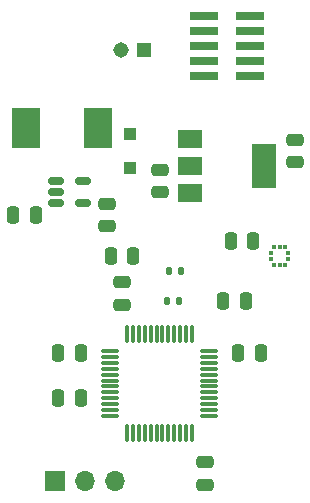
<source format=gts>
%TF.GenerationSoftware,KiCad,Pcbnew,(6.0.2)*%
%TF.CreationDate,2023-04-19T08:06:41-04:00*%
%TF.ProjectId,skydiving-altimeter,736b7964-6976-4696-9e67-2d616c74696d,rev?*%
%TF.SameCoordinates,Original*%
%TF.FileFunction,Soldermask,Top*%
%TF.FilePolarity,Negative*%
%FSLAX46Y46*%
G04 Gerber Fmt 4.6, Leading zero omitted, Abs format (unit mm)*
G04 Created by KiCad (PCBNEW (6.0.2)) date 2023-04-19 08:06:41*
%MOMM*%
%LPD*%
G01*
G04 APERTURE LIST*
G04 Aperture macros list*
%AMRoundRect*
0 Rectangle with rounded corners*
0 $1 Rounding radius*
0 $2 $3 $4 $5 $6 $7 $8 $9 X,Y pos of 4 corners*
0 Add a 4 corners polygon primitive as box body*
4,1,4,$2,$3,$4,$5,$6,$7,$8,$9,$2,$3,0*
0 Add four circle primitives for the rounded corners*
1,1,$1+$1,$2,$3*
1,1,$1+$1,$4,$5*
1,1,$1+$1,$6,$7*
1,1,$1+$1,$8,$9*
0 Add four rect primitives between the rounded corners*
20,1,$1+$1,$2,$3,$4,$5,0*
20,1,$1+$1,$4,$5,$6,$7,0*
20,1,$1+$1,$6,$7,$8,$9,0*
20,1,$1+$1,$8,$9,$2,$3,0*%
G04 Aperture macros list end*
%ADD10RoundRect,0.250000X-0.475000X0.250000X-0.475000X-0.250000X0.475000X-0.250000X0.475000X0.250000X0*%
%ADD11R,1.700000X1.700000*%
%ADD12O,1.700000X1.700000*%
%ADD13RoundRect,0.150000X-0.512500X-0.150000X0.512500X-0.150000X0.512500X0.150000X-0.512500X0.150000X0*%
%ADD14RoundRect,0.250000X0.250000X0.475000X-0.250000X0.475000X-0.250000X-0.475000X0.250000X-0.475000X0*%
%ADD15RoundRect,0.250000X-0.250000X-0.475000X0.250000X-0.475000X0.250000X0.475000X-0.250000X0.475000X0*%
%ADD16RoundRect,0.135000X-0.135000X-0.185000X0.135000X-0.185000X0.135000X0.185000X-0.135000X0.185000X0*%
%ADD17R,0.325000X0.300000*%
%ADD18R,0.300000X0.325000*%
%ADD19R,1.308000X1.308000*%
%ADD20C,1.308000*%
%ADD21R,2.350000X3.500000*%
%ADD22RoundRect,0.075000X-0.662500X-0.075000X0.662500X-0.075000X0.662500X0.075000X-0.662500X0.075000X0*%
%ADD23RoundRect,0.075000X-0.075000X-0.662500X0.075000X-0.662500X0.075000X0.662500X-0.075000X0.662500X0*%
%ADD24R,2.400000X0.740000*%
%ADD25R,1.100000X1.100000*%
%ADD26R,2.000000X1.500000*%
%ADD27R,2.000000X3.800000*%
%ADD28RoundRect,0.250000X0.475000X-0.250000X0.475000X0.250000X-0.475000X0.250000X-0.475000X-0.250000X0*%
G04 APERTURE END LIST*
D10*
%TO.C,C16*%
X129540000Y-92395000D03*
X129540000Y-94295000D03*
%TD*%
D11*
%TO.C,J3*%
X109220000Y-121285000D03*
D12*
X111760000Y-121285000D03*
X114300000Y-121285000D03*
%TD*%
D13*
%TO.C,U4*%
X109352500Y-95890000D03*
X109352500Y-96840000D03*
X109352500Y-97790000D03*
X111627500Y-97790000D03*
X111627500Y-95890000D03*
%TD*%
D14*
%TO.C,C4*%
X126680000Y-110490000D03*
X124780000Y-110490000D03*
%TD*%
D15*
%TO.C,C1*%
X113985000Y-102235000D03*
X115885000Y-102235000D03*
%TD*%
D16*
%TO.C,R1*%
X118745000Y-106045000D03*
X119765000Y-106045000D03*
%TD*%
D10*
%TO.C,C14*%
X113665000Y-97795000D03*
X113665000Y-99695000D03*
%TD*%
D16*
%TO.C,R2*%
X118870000Y-103505000D03*
X119890000Y-103505000D03*
%TD*%
D14*
%TO.C,C2*%
X111440000Y-110490000D03*
X109540000Y-110490000D03*
%TD*%
D17*
%TO.C,U2*%
X127520000Y-101985000D03*
X127520000Y-102485000D03*
D18*
X127770000Y-103010000D03*
X128270000Y-103010000D03*
X128770000Y-103010000D03*
D17*
X129020000Y-102485000D03*
X129020000Y-101985000D03*
X128770000Y-101460000D03*
X128270000Y-101460000D03*
X127770000Y-101460000D03*
%TD*%
D19*
%TO.C,J2*%
X116824000Y-84762500D03*
D20*
X114824000Y-84762500D03*
%TD*%
D14*
%TO.C,C13*%
X107630000Y-98745000D03*
X105730000Y-98745000D03*
%TD*%
D15*
%TO.C,C6*%
X109540000Y-114300000D03*
X111440000Y-114300000D03*
%TD*%
D21*
%TO.C,L1*%
X106830000Y-91440000D03*
X112880000Y-91440000D03*
%TD*%
D10*
%TO.C,C15*%
X118110000Y-94935000D03*
X118110000Y-96835000D03*
%TD*%
D15*
%TO.C,C7*%
X124145000Y-100965000D03*
X126045000Y-100965000D03*
%TD*%
D10*
%TO.C,C5*%
X114935000Y-104460000D03*
X114935000Y-106360000D03*
%TD*%
D22*
%TO.C,U1*%
X113947500Y-110280000D03*
X113947500Y-110780000D03*
X113947500Y-111280000D03*
X113947500Y-111780000D03*
X113947500Y-112280000D03*
X113947500Y-112780000D03*
X113947500Y-113280000D03*
X113947500Y-113780000D03*
X113947500Y-114280000D03*
X113947500Y-114780000D03*
X113947500Y-115280000D03*
X113947500Y-115780000D03*
D23*
X115360000Y-117192500D03*
X115860000Y-117192500D03*
X116360000Y-117192500D03*
X116860000Y-117192500D03*
X117360000Y-117192500D03*
X117860000Y-117192500D03*
X118360000Y-117192500D03*
X118860000Y-117192500D03*
X119360000Y-117192500D03*
X119860000Y-117192500D03*
X120360000Y-117192500D03*
X120860000Y-117192500D03*
D22*
X122272500Y-115780000D03*
X122272500Y-115280000D03*
X122272500Y-114780000D03*
X122272500Y-114280000D03*
X122272500Y-113780000D03*
X122272500Y-113280000D03*
X122272500Y-112780000D03*
X122272500Y-112280000D03*
X122272500Y-111780000D03*
X122272500Y-111280000D03*
X122272500Y-110780000D03*
X122272500Y-110280000D03*
D23*
X120860000Y-108867500D03*
X120360000Y-108867500D03*
X119860000Y-108867500D03*
X119360000Y-108867500D03*
X118860000Y-108867500D03*
X118360000Y-108867500D03*
X117860000Y-108867500D03*
X117360000Y-108867500D03*
X116860000Y-108867500D03*
X116360000Y-108867500D03*
X115860000Y-108867500D03*
X115360000Y-108867500D03*
%TD*%
D24*
%TO.C,J1*%
X125775000Y-86995000D03*
X121875000Y-86995000D03*
X125775000Y-85725000D03*
X121875000Y-85725000D03*
X125775000Y-84455000D03*
X121875000Y-84455000D03*
X125775000Y-83185000D03*
X121875000Y-83185000D03*
X125775000Y-81915000D03*
X121875000Y-81915000D03*
%TD*%
D25*
%TO.C,D6*%
X115570000Y-94745000D03*
X115570000Y-91945000D03*
%TD*%
D26*
%TO.C,U5*%
X120675000Y-92315000D03*
X120675000Y-94615000D03*
X120675000Y-96915000D03*
D27*
X126975000Y-94615000D03*
%TD*%
D28*
%TO.C,C3*%
X121920000Y-121600000D03*
X121920000Y-119700000D03*
%TD*%
D15*
%TO.C,C8*%
X123510000Y-106045000D03*
X125410000Y-106045000D03*
%TD*%
M02*

</source>
